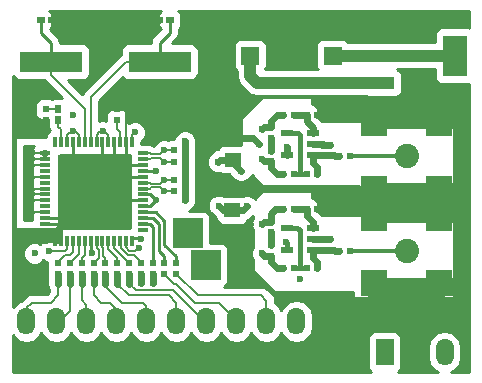
<source format=gtl>
%FSLAX46Y46*%
G04 Gerber Fmt 4.6, Leading zero omitted, Abs format (unit mm)*
G04 Created by KiCad (PCBNEW (2014-10-29 BZR 5235)-product) date 10/30/2014 4:03:03 PM*
%MOMM*%
G01*
G04 APERTURE LIST*
%ADD10C,0.100000*%
%ADD11R,0.600000X0.600000*%
%ADD12R,1.100000X0.600000*%
%ADD13C,2.050000*%
%ADD14R,7.760000X1.600000*%
%ADD15R,2.200000X2.200000*%
%ADD16R,5.300000X1.800000*%
%ADD17R,1.524000X1.524000*%
%ADD18C,1.524000*%
%ADD19R,0.900000X0.300000*%
%ADD20R,0.300000X0.900000*%
%ADD21R,6.100000X6.100000*%
%ADD22R,1.524000X2.286000*%
%ADD23O,1.524000X2.286000*%
%ADD24R,0.650000X0.600000*%
%ADD25R,1.450000X1.150000*%
%ADD26R,0.600000X0.650000*%
%ADD27R,2.500000X2.500000*%
%ADD28R,2.100000X1.100000*%
%ADD29R,2.100000X3.500000*%
%ADD30C,0.600000*%
%ADD31C,0.400000*%
%ADD32C,0.200000*%
%ADD33C,0.250000*%
%ADD34C,0.600000*%
%ADD35C,1.000000*%
%ADD36C,0.150000*%
%ADD37C,0.350000*%
%ADD38C,0.300000*%
%ADD39C,0.141500*%
%ADD40C,0.254000*%
G04 APERTURE END LIST*
D10*
D11*
X171950000Y-90500000D03*
X171050000Y-90500000D03*
D12*
X171600000Y-88950000D03*
X171600000Y-87050000D03*
X171600000Y-88000000D03*
X169400000Y-87050000D03*
X169400000Y-88950000D03*
D13*
X179500000Y-81000000D03*
D14*
X179500000Y-77920000D03*
X179500000Y-84080000D03*
D15*
X182280000Y-78220000D03*
X182280000Y-83780000D03*
X176720000Y-78220000D03*
X176720000Y-83780000D03*
D16*
X149400000Y-73000000D03*
X158600000Y-73000000D03*
D17*
X173249680Y-72500000D03*
D18*
X170750320Y-72500000D03*
D19*
X157150000Y-87250000D03*
X157150000Y-86750000D03*
X157150000Y-86250000D03*
X157150000Y-85750000D03*
X157150000Y-85250000D03*
X157150000Y-84750000D03*
X157150000Y-84250000D03*
X157150000Y-83750000D03*
X157150000Y-83250000D03*
X157150000Y-82750000D03*
X157150000Y-82250000D03*
X157150000Y-81750000D03*
X157150000Y-81250000D03*
X157150000Y-80750000D03*
D20*
X156250000Y-79850000D03*
X155750000Y-79850000D03*
X155250000Y-79850000D03*
X154750000Y-79850000D03*
X154250000Y-79850000D03*
X153750000Y-79850000D03*
X153250000Y-79850000D03*
X152750000Y-79850000D03*
X152250000Y-79850000D03*
X151750000Y-79850000D03*
X151250000Y-79850000D03*
X150750000Y-79850000D03*
X150250000Y-79850000D03*
X149750000Y-79850000D03*
D19*
X148850000Y-80750000D03*
X148850000Y-81250000D03*
X148850000Y-81750000D03*
X148850000Y-82250000D03*
X148850000Y-82750000D03*
X148850000Y-83250000D03*
X148850000Y-83750000D03*
X148850000Y-84250000D03*
X148850000Y-84750000D03*
X148850000Y-85250000D03*
X148850000Y-85750000D03*
X148850000Y-86250000D03*
X148850000Y-86750000D03*
X148850000Y-87250000D03*
D20*
X149750000Y-88150000D03*
X150250000Y-88150000D03*
X150750000Y-88150000D03*
X151250000Y-88150000D03*
X151750000Y-88150000D03*
X152250000Y-88150000D03*
X152750000Y-88150000D03*
X153250000Y-88150000D03*
X153750000Y-88150000D03*
X154250000Y-88150000D03*
X154750000Y-88150000D03*
X155250000Y-88150000D03*
X155750000Y-88150000D03*
X156250000Y-88150000D03*
D21*
X153000000Y-84000000D03*
D11*
X155000000Y-90050000D03*
X155000000Y-90950000D03*
X155000000Y-77050000D03*
X155000000Y-77950000D03*
D22*
X177640000Y-97630000D03*
D23*
X180180000Y-97630000D03*
X182720000Y-97630000D03*
X160020000Y-94996000D03*
X162560000Y-94996000D03*
X165100000Y-94996000D03*
X167640000Y-94996000D03*
X167640000Y-98044000D03*
X165100000Y-98044000D03*
X162560000Y-98044000D03*
X160020000Y-98044000D03*
X170180000Y-98044000D03*
X170180000Y-94996000D03*
X157480000Y-94996000D03*
X157480000Y-98044000D03*
D22*
X147320000Y-98044000D03*
D23*
X149860000Y-98044000D03*
X152400000Y-98044000D03*
X154940000Y-98044000D03*
X154940000Y-94996000D03*
X152400000Y-94996000D03*
X149860000Y-94996000D03*
X147320000Y-94996000D03*
D17*
X166249680Y-72500000D03*
D18*
X163750320Y-72500000D03*
D12*
X171600000Y-80950000D03*
X171600000Y-79050000D03*
X171600000Y-80000000D03*
X169400000Y-79050000D03*
X169400000Y-80950000D03*
D24*
X148550000Y-69500000D03*
X149450000Y-69500000D03*
X159450000Y-69500000D03*
X158550000Y-69500000D03*
D25*
X164800000Y-81300000D03*
X164800000Y-79500000D03*
X164750000Y-85600000D03*
X164750000Y-87400000D03*
D26*
X150000000Y-77950000D03*
X150000000Y-77050000D03*
D13*
X179500000Y-89000000D03*
D14*
X179500000Y-85920000D03*
X179500000Y-92080000D03*
D15*
X182280000Y-86220000D03*
X182280000Y-91780000D03*
X176720000Y-86220000D03*
X176720000Y-91780000D03*
D27*
X161000000Y-87500000D03*
X162500000Y-90250000D03*
D28*
X177400000Y-70200000D03*
X177400000Y-72500000D03*
X177400000Y-74800000D03*
D29*
X183600000Y-72500000D03*
D11*
X150000000Y-90050000D03*
X150000000Y-90950000D03*
X159000000Y-90050000D03*
X159000000Y-90950000D03*
X160000000Y-90050000D03*
X160000000Y-90950000D03*
X151000000Y-90050000D03*
X151000000Y-90950000D03*
X152000000Y-90050000D03*
X152000000Y-90950000D03*
X153000000Y-90050000D03*
X153000000Y-90950000D03*
X154000000Y-90050000D03*
X154000000Y-90950000D03*
X156000000Y-90050000D03*
X156000000Y-90950000D03*
X158000000Y-90050000D03*
X158000000Y-90950000D03*
X149000000Y-77950000D03*
X149000000Y-77050000D03*
X160700000Y-84000000D03*
X159800000Y-84000000D03*
X157000000Y-90950000D03*
X157000000Y-90050000D03*
X160700000Y-83000000D03*
X159800000Y-83000000D03*
X160700000Y-81500000D03*
X159800000Y-81500000D03*
X160700000Y-80500000D03*
X159800000Y-80500000D03*
X168000000Y-80550000D03*
X168000000Y-81450000D03*
X168000000Y-79450000D03*
X168000000Y-78550000D03*
X169950000Y-82500000D03*
X169050000Y-82500000D03*
X169950000Y-77500000D03*
X169050000Y-77500000D03*
X171950000Y-82500000D03*
X171050000Y-82500000D03*
X171950000Y-77500000D03*
X171050000Y-77500000D03*
X173000000Y-80950000D03*
X173000000Y-80050000D03*
X168000000Y-88550000D03*
X168000000Y-89450000D03*
X168000000Y-87450000D03*
X168000000Y-86550000D03*
X169950000Y-90500000D03*
X169050000Y-90500000D03*
X169950000Y-85500000D03*
X169050000Y-85500000D03*
X171950000Y-85500000D03*
X171050000Y-85500000D03*
X173000000Y-88950000D03*
X173000000Y-88050000D03*
X174700000Y-81000000D03*
X173800000Y-81000000D03*
X174700000Y-89000000D03*
X173800000Y-89000000D03*
D30*
X179000000Y-71000000D03*
X181000000Y-71000000D03*
X181000000Y-70000000D03*
X179000000Y-70000000D03*
X155000000Y-69500000D03*
X152500000Y-69500000D03*
X184000000Y-77500000D03*
X184000000Y-79000000D03*
X184000000Y-80500000D03*
X184000000Y-82000000D03*
X184000000Y-83500000D03*
X184000000Y-85000000D03*
X184000000Y-86500000D03*
X184000000Y-88000000D03*
X184000000Y-89500000D03*
X165500000Y-91000000D03*
X165500000Y-90000000D03*
X149000000Y-88200000D03*
X170500000Y-83750000D03*
X151000000Y-84000000D03*
X153000000Y-82000000D03*
X148000000Y-79000000D03*
X166250000Y-86750000D03*
X182500000Y-93000000D03*
X181000000Y-93000000D03*
X179500000Y-93000000D03*
X178000000Y-93000000D03*
X176500000Y-93000000D03*
X182500000Y-77000000D03*
X181000000Y-77000000D03*
X179500000Y-77000000D03*
X178000000Y-77000000D03*
X176500000Y-77000000D03*
X182500000Y-85000000D03*
X181000000Y-85000000D03*
X179500000Y-85000000D03*
X178000000Y-85000000D03*
X176500000Y-85000000D03*
X151000000Y-82000000D03*
X155000000Y-82000000D03*
X153000000Y-84000000D03*
X151000000Y-86000000D03*
X153000000Y-86000000D03*
X155000000Y-86000000D03*
X155000000Y-84000000D03*
X152000000Y-83000000D03*
X154000000Y-83000000D03*
X152000000Y-85000000D03*
X154000000Y-85000000D03*
X157000000Y-88000000D03*
X170500000Y-91400000D03*
X172500000Y-85500000D03*
X174250000Y-85500000D03*
X172750000Y-77500000D03*
X174000000Y-77500000D03*
X175250000Y-77500000D03*
X150250000Y-69500000D03*
X157750000Y-69500000D03*
X149000000Y-91500000D03*
X162500000Y-78000000D03*
X160500000Y-78000000D03*
X162500000Y-76000000D03*
X154500000Y-76000000D03*
X156500000Y-76000000D03*
X158500000Y-76000000D03*
X160500000Y-76000000D03*
X153750000Y-77500000D03*
X163600000Y-87400000D03*
X163600000Y-79600000D03*
X167000000Y-80000000D03*
X152850021Y-89225114D03*
X149200000Y-89000000D03*
X151250000Y-77500000D03*
X183000000Y-71250000D03*
X184250000Y-71250000D03*
X183600000Y-72500000D03*
X183000000Y-73750000D03*
X184250000Y-73750000D03*
X156854438Y-88808537D03*
X169400000Y-80200000D03*
X169400000Y-80200000D03*
X169250000Y-88250000D03*
X172400000Y-80000000D03*
X172500000Y-88000000D03*
X159000000Y-84000000D03*
X167250000Y-89250000D03*
X159000000Y-83000000D03*
X167250000Y-86750000D03*
X159000000Y-81500000D03*
X167250000Y-81250000D03*
X167250000Y-81250000D03*
X159000000Y-80500000D03*
X167250000Y-78750000D03*
X167250000Y-78750000D03*
X158250000Y-82250000D03*
X153760729Y-78899998D03*
X151250000Y-78899998D03*
X148000000Y-89250000D03*
X158250000Y-84750000D03*
X156500000Y-79000000D03*
X147750000Y-81250000D03*
X147250000Y-81750000D03*
X147250000Y-82750000D03*
X147250000Y-83750000D03*
X147750000Y-84250000D03*
X147250000Y-84750000D03*
X147250000Y-85750000D03*
X147250000Y-80750000D03*
X160700000Y-82248955D03*
X160750000Y-84750000D03*
X160750000Y-79750000D03*
X168000000Y-79999151D03*
X168000000Y-88000846D03*
X166000000Y-85250000D03*
X163600000Y-85200000D03*
X165500000Y-82250000D03*
X163500000Y-81500000D03*
X158000000Y-91750000D03*
X157000000Y-91750000D03*
D31*
X146750000Y-88000000D02*
X148800000Y-88000000D01*
X148800000Y-88000000D02*
X149000000Y-88200000D01*
X146250000Y-87500000D02*
X146750000Y-88000000D01*
X146250000Y-79250000D02*
X146250000Y-87500000D01*
X146500000Y-79000000D02*
X146250000Y-79250000D01*
X148000000Y-79000000D02*
X146500000Y-79000000D01*
D32*
X181000000Y-71000000D02*
X179000000Y-71000000D01*
X181000000Y-70000000D02*
X181000000Y-71000000D01*
X179000000Y-70000000D02*
X181000000Y-70000000D01*
X177400000Y-70200000D02*
X178800000Y-70200000D01*
X178800000Y-70200000D02*
X179000000Y-70000000D01*
X152500000Y-69500000D02*
X155000000Y-69500000D01*
X150250000Y-69500000D02*
X152500000Y-69500000D01*
X155000000Y-77050000D02*
X154250000Y-77050000D01*
X184000000Y-79000000D02*
X184000000Y-77500000D01*
X184000000Y-80500000D02*
X184000000Y-79000000D01*
X184000000Y-82000000D02*
X184000000Y-80500000D01*
X184000000Y-83500000D02*
X184000000Y-82000000D01*
X184000000Y-85000000D02*
X184000000Y-83500000D01*
X184000000Y-86500000D02*
X184000000Y-85000000D01*
X184000000Y-88000000D02*
X184000000Y-86500000D01*
X184000000Y-89500000D02*
X184000000Y-88000000D01*
X183720000Y-91780000D02*
X184000000Y-91500000D01*
X184000000Y-91500000D02*
X184000000Y-89500000D01*
X182280000Y-91780000D02*
X183720000Y-91780000D01*
X165500000Y-90000000D02*
X165500000Y-91000000D01*
X164750000Y-87400000D02*
X164750000Y-89250000D01*
X164750000Y-89250000D02*
X165500000Y-90000000D01*
D33*
X149001099Y-88001099D02*
X149150000Y-88150000D01*
X148850000Y-87850000D02*
X149001099Y-88001099D01*
D32*
X149001099Y-88198901D02*
X149000000Y-88200000D01*
X149001099Y-88001099D02*
X149001099Y-88198901D01*
D33*
X149150000Y-88150000D02*
X149750000Y-88150000D01*
X148850000Y-87250000D02*
X148850000Y-87850000D01*
X157150000Y-81750000D02*
X155250000Y-81750000D01*
X155250000Y-81750000D02*
X155000000Y-82000000D01*
X157150000Y-82750000D02*
X154250000Y-82750000D01*
X154250000Y-82750000D02*
X153000000Y-84000000D01*
X151000000Y-84000000D02*
X153000000Y-84000000D01*
X153000000Y-82000000D02*
X153000000Y-84000000D01*
D34*
X149000000Y-78500000D02*
X148500000Y-79000000D01*
X148500000Y-79000000D02*
X148000000Y-79000000D01*
X149000000Y-77950000D02*
X149000000Y-78500000D01*
X164750000Y-87400000D02*
X165600000Y-87400000D01*
X165600000Y-87400000D02*
X166250000Y-86750000D01*
X181000000Y-93000000D02*
X182500000Y-93000000D01*
X179500000Y-93000000D02*
X181000000Y-93000000D01*
X178000000Y-93000000D02*
X179500000Y-93000000D01*
X176500000Y-93000000D02*
X178000000Y-93000000D01*
X176720000Y-91780000D02*
X176720000Y-92780000D01*
X176720000Y-92780000D02*
X176500000Y-93000000D01*
X181000000Y-77000000D02*
X182500000Y-77000000D01*
X179500000Y-77000000D02*
X181000000Y-77000000D01*
X178000000Y-77000000D02*
X179500000Y-77000000D01*
X176500000Y-77000000D02*
X178000000Y-77000000D01*
X176720000Y-78220000D02*
X176720000Y-77220000D01*
X176720000Y-77220000D02*
X176500000Y-77000000D01*
X179500000Y-85000000D02*
X182500000Y-85000000D01*
X179500000Y-85000000D02*
X181000000Y-85000000D01*
X176500000Y-85000000D02*
X179500000Y-85000000D01*
X176500000Y-85000000D02*
X178000000Y-85000000D01*
X176720000Y-86220000D02*
X176720000Y-85220000D01*
X176720000Y-85220000D02*
X176500000Y-85000000D01*
D32*
X179500000Y-85920000D02*
X177020000Y-85920000D01*
X177020000Y-85920000D02*
X176720000Y-86220000D01*
X182280000Y-86220000D02*
X181980000Y-85920000D01*
X181980000Y-85920000D02*
X179500000Y-85920000D01*
X179500000Y-84080000D02*
X177020000Y-84080000D01*
X177020000Y-84080000D02*
X176720000Y-83780000D01*
X182280000Y-83780000D02*
X181980000Y-84080000D01*
X181980000Y-84080000D02*
X179500000Y-84080000D01*
X179500000Y-77920000D02*
X177020000Y-77920000D01*
X177020000Y-77920000D02*
X176720000Y-78220000D01*
X182280000Y-78220000D02*
X181980000Y-77920000D01*
X181980000Y-77920000D02*
X179500000Y-77920000D01*
X155000000Y-77050000D02*
X155500000Y-77050000D01*
X155500000Y-77050000D02*
X155750000Y-77300000D01*
X155750000Y-77300000D02*
X155750000Y-79400000D01*
X155750000Y-79400000D02*
X155750000Y-80050000D01*
D35*
X177400000Y-70200000D02*
X170941491Y-70200000D01*
X170941491Y-70200000D02*
X164300000Y-70200000D01*
X170750320Y-72500000D02*
X170750320Y-70391171D01*
X170750320Y-70391171D02*
X170941491Y-70200000D01*
X164300000Y-70200000D02*
X163750320Y-70749680D01*
X163750320Y-70749680D02*
X163750320Y-72500000D01*
D33*
X153000000Y-84000000D02*
X151000000Y-82000000D01*
X153000000Y-84000000D02*
X155000000Y-82000000D01*
X153000000Y-84000000D02*
X151000000Y-86000000D01*
X153000000Y-84000000D02*
X153000000Y-86000000D01*
X153000000Y-84000000D02*
X155000000Y-86000000D01*
X153000000Y-84000000D02*
X155000000Y-84000000D01*
X153000000Y-84000000D02*
X152000000Y-83000000D01*
X153000000Y-84000000D02*
X154000000Y-83000000D01*
X153000000Y-84000000D02*
X152000000Y-85000000D01*
X153000000Y-84000000D02*
X154000000Y-85000000D01*
X154750000Y-82250000D02*
X153000000Y-84000000D01*
X154750000Y-80050000D02*
X154750000Y-82250000D01*
X155750000Y-81250000D02*
X153000000Y-84000000D01*
X155750000Y-80050000D02*
X155750000Y-81250000D01*
X155250000Y-81750000D02*
X153000000Y-84000000D01*
X153750000Y-84750000D02*
X153000000Y-84000000D01*
X156950000Y-84750000D02*
X153750000Y-84750000D01*
X150250000Y-87950000D02*
X150250000Y-86750000D01*
X149750000Y-87950000D02*
X149750000Y-87250000D01*
X149750000Y-87250000D02*
X153000000Y-84000000D01*
X149050000Y-87250000D02*
X149750000Y-87250000D01*
X150250000Y-86750000D02*
X153000000Y-84000000D01*
X149050000Y-86750000D02*
X150250000Y-86750000D01*
X150750000Y-86250000D02*
X153000000Y-84000000D01*
X149050000Y-86250000D02*
X150750000Y-86250000D01*
X151250000Y-82250000D02*
X153000000Y-84000000D01*
X151250000Y-80050000D02*
X151250000Y-82250000D01*
X153750000Y-83250000D02*
X153000000Y-84000000D01*
X153750000Y-80050000D02*
X153750000Y-83250000D01*
X156950000Y-87950000D02*
X156250000Y-87950000D01*
X157000000Y-88000000D02*
X156950000Y-87950000D01*
D34*
X171950000Y-85500000D02*
X172500000Y-85500000D01*
X171950000Y-85500000D02*
X174250000Y-85500000D01*
X176000000Y-85500000D02*
X176720000Y-86220000D01*
X171950000Y-85500000D02*
X176000000Y-85500000D01*
X171950000Y-77500000D02*
X172750000Y-77500000D01*
X172750000Y-77500000D02*
X174000000Y-77500000D01*
X172750000Y-77500000D02*
X175250000Y-77500000D01*
X176000000Y-77500000D02*
X176720000Y-78220000D01*
X172750000Y-77500000D02*
X176000000Y-77500000D01*
X149450000Y-69500000D02*
X150250000Y-69500000D01*
X158550000Y-69500000D02*
X157750000Y-69500000D01*
D32*
X154250000Y-77050000D02*
X154200000Y-77050000D01*
X162500000Y-76000000D02*
X162500000Y-78000000D01*
X160500000Y-76000000D02*
X160500000Y-78000000D01*
X160500000Y-76000000D02*
X162500000Y-76000000D01*
X153750000Y-76750000D02*
X154500000Y-76000000D01*
X153750000Y-77500000D02*
X153750000Y-76750000D01*
X154500000Y-76000000D02*
X156500000Y-76000000D01*
X156500000Y-76000000D02*
X158500000Y-76000000D01*
X158500000Y-76000000D02*
X160500000Y-76000000D01*
X154200000Y-77050000D02*
X153750000Y-77500000D01*
D34*
X163600000Y-87400000D02*
X164750000Y-87400000D01*
X164800000Y-79500000D02*
X163700000Y-79500000D01*
X163700000Y-79500000D02*
X163600000Y-79600000D01*
X164800000Y-79500000D02*
X166500000Y-79500000D01*
X166500000Y-79500000D02*
X167000000Y-80000000D01*
D33*
X152750000Y-89125093D02*
X152850021Y-89225114D01*
X152750000Y-88150000D02*
X152750000Y-89125093D01*
D35*
X166800000Y-74800000D02*
X166249680Y-74249680D01*
X177400000Y-74800000D02*
X166800000Y-74800000D01*
X166249680Y-74249680D02*
X166249680Y-72500000D01*
D32*
X150000000Y-89000000D02*
X149200000Y-89000000D01*
X150600000Y-89000000D02*
X150000000Y-89000000D01*
X150750000Y-88850000D02*
X150600000Y-89000000D01*
X150750000Y-88150000D02*
X150750000Y-88850000D01*
X156035342Y-89000000D02*
X156540002Y-89000000D01*
X156540002Y-89000000D02*
X156731465Y-88808537D01*
X156731465Y-88808537D02*
X156854438Y-88808537D01*
X155750000Y-88150000D02*
X155750000Y-88714658D01*
X155750000Y-88714658D02*
X156035342Y-89000000D01*
D35*
X177400000Y-72500000D02*
X183600000Y-72500000D01*
X177400000Y-72500000D02*
X173249680Y-72500000D01*
D31*
X183600000Y-71850000D02*
X183000000Y-71250000D01*
X183600000Y-72500000D02*
X183600000Y-71850000D01*
X184250000Y-71250000D02*
X183600000Y-72500000D01*
X183600000Y-71900000D02*
X184250000Y-71250000D01*
X183600000Y-71900000D02*
X184250000Y-71250000D01*
X183600000Y-72500000D02*
X183600000Y-71900000D01*
X183600000Y-73150000D02*
X183000000Y-73750000D01*
X183600000Y-72500000D02*
X183600000Y-73150000D01*
X183600000Y-73100000D02*
X184250000Y-73750000D01*
X183600000Y-72500000D02*
X183600000Y-73100000D01*
D36*
X150600000Y-89400000D02*
X150000000Y-90000000D01*
X150000000Y-90000000D02*
X150000000Y-90050000D01*
X151000000Y-89400000D02*
X150600000Y-89400000D01*
X151250000Y-89150000D02*
X151000000Y-89400000D01*
X151250000Y-88150000D02*
X151250000Y-89150000D01*
D32*
X150000000Y-89909998D02*
X150000000Y-90050000D01*
X150000000Y-89980602D02*
X150000000Y-90050000D01*
D33*
X158500000Y-86750000D02*
X158000000Y-86250000D01*
X158000000Y-86250000D02*
X157150000Y-86250000D01*
X158500000Y-89000000D02*
X158500000Y-86750000D01*
X159000000Y-89500000D02*
X158500000Y-89000000D01*
X159000000Y-90050000D02*
X159000000Y-89500000D01*
X159000000Y-86500000D02*
X158250000Y-85750000D01*
X158250000Y-85750000D02*
X157150000Y-85750000D01*
X159000000Y-88500000D02*
X159000000Y-86500000D01*
X160000000Y-89500000D02*
X159000000Y-88500000D01*
X160000000Y-90050000D02*
X160000000Y-89500000D01*
D36*
X151750000Y-88150000D02*
X151750000Y-89300000D01*
X151750000Y-89300000D02*
X151000000Y-90050000D01*
X152250000Y-89350000D02*
X152000000Y-89600000D01*
X152000000Y-89600000D02*
X152000000Y-90050000D01*
X152250000Y-88150000D02*
X152250000Y-89350000D01*
X153250000Y-88150000D02*
X153250000Y-88750000D01*
X153250000Y-88750000D02*
X153425022Y-88925022D01*
X153425022Y-88925022D02*
X153425022Y-89624978D01*
X153425022Y-89624978D02*
X153000000Y-90050000D01*
X153750000Y-88150000D02*
X153750000Y-88706747D01*
X153750000Y-88706747D02*
X153825032Y-88781779D01*
X153825032Y-88781779D02*
X153825032Y-89425032D01*
X153825032Y-89425032D02*
X154000000Y-89600000D01*
X154000000Y-89600000D02*
X154000000Y-90050000D01*
X155000000Y-90050000D02*
X155000000Y-89600000D01*
X155000000Y-89600000D02*
X154250000Y-88850000D01*
X154250000Y-88850000D02*
X154250000Y-88750000D01*
X154250000Y-88750000D02*
X154250000Y-88150000D01*
D32*
X154250000Y-87950000D02*
X154250042Y-87950042D01*
D36*
X156000000Y-90050000D02*
X154750000Y-88800000D01*
X154750000Y-88800000D02*
X154750000Y-88150000D01*
D32*
X155000000Y-78750000D02*
X155250000Y-79000000D01*
X155250000Y-79000000D02*
X155250000Y-79850000D01*
X155000000Y-77950000D02*
X155000000Y-78750000D01*
D34*
X169400000Y-80200000D02*
X169400000Y-80950000D01*
D31*
X169400000Y-88400000D02*
X169250000Y-88250000D01*
X169400000Y-88950000D02*
X169400000Y-88400000D01*
D32*
X172950000Y-80000000D02*
X173000000Y-80050000D01*
X171650000Y-88050000D02*
X171600000Y-88000000D01*
D34*
X173000000Y-88050000D02*
X172550000Y-88050000D01*
X172500000Y-88000000D02*
X171600000Y-88000000D01*
X172550000Y-88050000D02*
X172500000Y-88000000D01*
X171600000Y-80000000D02*
X172250000Y-80000000D01*
X172300000Y-80050000D02*
X173000000Y-80050000D01*
X172250000Y-80000000D02*
X172300000Y-80050000D01*
D37*
X174700000Y-89000000D02*
X179500000Y-89000000D01*
X179500000Y-81000000D02*
X174700000Y-81000000D01*
D32*
X173750000Y-88950000D02*
X173800000Y-89000000D01*
D34*
X171600000Y-88950000D02*
X173000000Y-88950000D01*
X173000000Y-88950000D02*
X173350000Y-88950000D01*
X173400000Y-89000000D02*
X173800000Y-89000000D01*
X173350000Y-88950000D02*
X173400000Y-89000000D01*
X171600000Y-88950000D02*
X171600000Y-89600000D01*
X171950000Y-89950000D02*
X171950000Y-90500000D01*
X171600000Y-89600000D02*
X171950000Y-89950000D01*
D31*
X170500000Y-82500000D02*
X170500000Y-79250000D01*
X170300000Y-79050000D02*
X169400000Y-79050000D01*
X170500000Y-79250000D02*
X170300000Y-79050000D01*
X170500000Y-82500000D02*
X169950000Y-82500000D01*
X170500000Y-82500000D02*
X171050000Y-82500000D01*
D32*
X159800000Y-84000000D02*
X159000000Y-84000000D01*
D34*
X169050000Y-90500000D02*
X168500000Y-90500000D01*
X168000000Y-90000000D02*
X168000000Y-89450000D01*
X168500000Y-90500000D02*
X168000000Y-90000000D01*
D38*
X167950000Y-89500000D02*
X168000000Y-89450000D01*
D34*
X167450000Y-89450000D02*
X167250000Y-89250000D01*
X168000000Y-89450000D02*
X167450000Y-89450000D01*
D39*
X158650000Y-83650000D02*
X159000000Y-84000000D01*
X157899909Y-83650000D02*
X158650000Y-83650000D01*
X157799909Y-83750000D02*
X157899909Y-83650000D01*
X157150000Y-83750000D02*
X157799909Y-83750000D01*
D32*
X159800000Y-83000000D02*
X159000000Y-83000000D01*
D34*
X169050000Y-85500000D02*
X168400000Y-85500000D01*
X168000000Y-85900000D02*
X168000000Y-86550000D01*
X168400000Y-85500000D02*
X168000000Y-85900000D01*
D38*
X167950000Y-86500000D02*
X168000000Y-86550000D01*
D34*
X167450000Y-86550000D02*
X167250000Y-86750000D01*
X168000000Y-86550000D02*
X167450000Y-86550000D01*
D39*
X157841500Y-83350000D02*
X158650000Y-83350000D01*
X158650000Y-83350000D02*
X159000000Y-83000000D01*
X157741500Y-83250000D02*
X157841500Y-83350000D01*
X157150000Y-83250000D02*
X157741500Y-83250000D01*
D32*
X159800000Y-81500000D02*
X159000000Y-81500000D01*
D34*
X169050000Y-82500000D02*
X168500000Y-82500000D01*
X168000000Y-82000000D02*
X168000000Y-81450000D01*
X168500000Y-82500000D02*
X168000000Y-82000000D01*
X167450000Y-81450000D02*
X167250000Y-81250000D01*
X168000000Y-81450000D02*
X167450000Y-81450000D01*
D39*
X157741500Y-81250000D02*
X157841590Y-81149910D01*
X157150000Y-81250000D02*
X157741500Y-81250000D01*
X158649910Y-81149910D02*
X159000000Y-81500000D01*
X157841590Y-81149910D02*
X158649910Y-81149910D01*
D32*
X159800000Y-80500000D02*
X159000000Y-80500000D01*
D34*
X169050000Y-77500000D02*
X168500000Y-77500000D01*
X168000000Y-78000000D02*
X168000000Y-78550000D01*
X168500000Y-77500000D02*
X168000000Y-78000000D01*
X167450000Y-78550000D02*
X167250000Y-78750000D01*
X168000000Y-78550000D02*
X167450000Y-78550000D01*
D39*
X157741500Y-80750000D02*
X157841500Y-80850000D01*
X157150000Y-80750000D02*
X157741500Y-80750000D01*
X158650000Y-80850000D02*
X159000000Y-80500000D01*
X157841500Y-80850000D02*
X158650000Y-80850000D01*
D33*
X157750000Y-85250000D02*
X157150000Y-85250000D01*
X157750000Y-84250000D02*
X157150000Y-84250000D01*
X157150000Y-82250000D02*
X158250000Y-82250000D01*
D32*
X156250000Y-79250000D02*
X156250000Y-79850000D01*
X153750000Y-79000000D02*
X153750000Y-78910727D01*
X153750000Y-78910727D02*
X153760729Y-78899998D01*
X154250000Y-79250000D02*
X154250000Y-79850000D01*
X154250000Y-79250000D02*
X154000000Y-79000000D01*
X153250000Y-79250000D02*
X153250000Y-79850000D01*
X154000000Y-79000000D02*
X153500000Y-79000000D01*
X153500000Y-79000000D02*
X153250000Y-79250000D01*
X151750000Y-79250000D02*
X151750000Y-79850000D01*
X151250000Y-79000000D02*
X151250000Y-78899998D01*
X150750000Y-79250000D02*
X150750000Y-79850000D01*
D33*
X157750000Y-85250000D02*
X158250000Y-84750000D01*
X157750000Y-84250000D02*
X158250000Y-84750000D01*
D32*
X151000000Y-79000000D02*
X151250000Y-79000000D01*
X150750000Y-79250000D02*
X151000000Y-79000000D01*
X151500000Y-79000000D02*
X151250000Y-79000000D01*
X151750000Y-79250000D02*
X151500000Y-79000000D01*
X156250000Y-79250000D02*
X156500000Y-79000000D01*
X148550000Y-81250000D02*
X147750000Y-81250000D01*
X148550000Y-81750000D02*
X147250000Y-81750000D01*
X148550000Y-82750000D02*
X147250000Y-82750000D01*
X148550000Y-83750000D02*
X147250000Y-83750000D01*
X148550000Y-84250000D02*
X147750000Y-84250000D01*
X148550000Y-84750000D02*
X147250000Y-84750000D01*
X148550000Y-85750000D02*
X147250000Y-85750000D01*
X148550000Y-80750000D02*
X147250000Y-80750000D01*
X148550000Y-80750000D02*
X149050000Y-80750000D01*
X148550000Y-81250000D02*
X149050000Y-81250000D01*
X148550000Y-81750000D02*
X149050000Y-81750000D01*
X148550000Y-82750000D02*
X149050000Y-82750000D01*
X148550000Y-83750000D02*
X149050000Y-83750000D01*
X148550000Y-84250000D02*
X149050000Y-84250000D01*
X148550000Y-84750000D02*
X149050000Y-84750000D01*
X148550000Y-85750000D02*
X149050000Y-85750000D01*
D34*
X160700000Y-80500000D02*
X160700000Y-81500000D01*
X160700000Y-84000000D02*
X160700000Y-83000000D01*
X160700000Y-83000000D02*
X160700000Y-82248955D01*
X160700000Y-82248955D02*
X160700000Y-81500000D01*
X160700000Y-84700000D02*
X160750000Y-84750000D01*
X160700000Y-84000000D02*
X160700000Y-84700000D01*
X160700000Y-79800000D02*
X160750000Y-79750000D01*
X160700000Y-80500000D02*
X160700000Y-79800000D01*
X168000000Y-80550000D02*
X168000000Y-79999151D01*
X168000000Y-79450000D02*
X168000000Y-79999151D01*
X168000000Y-88550000D02*
X168000000Y-88000846D01*
X168000000Y-87450000D02*
X168000000Y-88000846D01*
X165650000Y-85600000D02*
X166000000Y-85250000D01*
X164750000Y-85600000D02*
X165650000Y-85600000D01*
X164000000Y-85600000D02*
X164750000Y-85600000D01*
X163600000Y-85200000D02*
X164000000Y-85600000D01*
X164800000Y-81300000D02*
X164800000Y-81550000D01*
X164800000Y-81550000D02*
X165500000Y-82250000D01*
X164800000Y-81300000D02*
X163700000Y-81300000D01*
X163700000Y-81300000D02*
X163500000Y-81500000D01*
D32*
X152250000Y-77000000D02*
X149400000Y-74150000D01*
X149400000Y-74150000D02*
X149400000Y-73000000D01*
X152250000Y-80050000D02*
X152250000Y-77000000D01*
D33*
X148550000Y-70550000D02*
X149400000Y-71400000D01*
X149400000Y-71400000D02*
X149400000Y-73000000D01*
X148550000Y-69500000D02*
X148550000Y-70550000D01*
D32*
X152750000Y-76000000D02*
X155750000Y-73000000D01*
X155750000Y-73000000D02*
X158600000Y-73000000D01*
X152750000Y-80050000D02*
X152750000Y-76000000D01*
D33*
X159450000Y-70550000D02*
X158600000Y-71400000D01*
X158600000Y-71400000D02*
X158600000Y-73000000D01*
X159450000Y-69500000D02*
X159450000Y-70550000D01*
X158750000Y-73150000D02*
X158600000Y-73000000D01*
D32*
X150250000Y-78750000D02*
X150250000Y-79850000D01*
X150250000Y-78750000D02*
X150000000Y-78500000D01*
X150000000Y-78500000D02*
X150000000Y-77950000D01*
X150000000Y-77050000D02*
X149000000Y-77050000D01*
X160020000Y-93420000D02*
X160020000Y-95250000D01*
X159400000Y-92800000D02*
X160020000Y-93420000D01*
X156000000Y-92800000D02*
X159400000Y-92800000D01*
D34*
X155000000Y-90950000D02*
X155000000Y-91800000D01*
D32*
X155000000Y-91800000D02*
X156000000Y-92800000D01*
X162560000Y-95160000D02*
X162560000Y-95250000D01*
X159750010Y-92350010D02*
X162560000Y-95160000D01*
X156550010Y-92350010D02*
X159750010Y-92350010D01*
X156000000Y-91800000D02*
X156550010Y-92350010D01*
D34*
X156000000Y-91800000D02*
X156000000Y-90950000D01*
D32*
X165100000Y-94869000D02*
X165100000Y-95250000D01*
X163631000Y-93400000D02*
X165100000Y-94869000D01*
X161600000Y-93400000D02*
X163631000Y-93400000D01*
X159800000Y-91800000D02*
X160000000Y-91800000D01*
X160000000Y-91800000D02*
X161600000Y-93400000D01*
X159000000Y-90950000D02*
X159000000Y-91000000D01*
X159000000Y-91000000D02*
X159800000Y-91800000D01*
X167200000Y-92800000D02*
X167640000Y-93240000D01*
X167640000Y-93240000D02*
X167640000Y-95250000D01*
X161800000Y-92800000D02*
X167200000Y-92800000D01*
X160000000Y-91000000D02*
X161800000Y-92800000D01*
X160000000Y-90950000D02*
X160000000Y-91000000D01*
X157200000Y-93400000D02*
X155400000Y-93400000D01*
X157480000Y-93680000D02*
X157200000Y-93400000D01*
X157480000Y-95250000D02*
X157480000Y-93680000D01*
D34*
X154000000Y-90950000D02*
X154000000Y-91800000D01*
D32*
X154000000Y-92000000D02*
X155400000Y-93400000D01*
X154000000Y-91800000D02*
X154000000Y-92000000D01*
X154940000Y-93940000D02*
X154940000Y-95250000D01*
X154400000Y-93400000D02*
X154940000Y-93940000D01*
X153600000Y-93400000D02*
X154400000Y-93400000D01*
X153000000Y-92800000D02*
X153600000Y-93400000D01*
D34*
X153000000Y-90950000D02*
X153000000Y-91800000D01*
D32*
X153000000Y-91800000D02*
X153000000Y-92800000D01*
D34*
X152000000Y-90950000D02*
X152000000Y-91800000D01*
D32*
X152000000Y-91800000D02*
X152000000Y-93200000D01*
X152400000Y-93600000D02*
X152400000Y-95250000D01*
X152000000Y-93200000D02*
X152400000Y-93600000D01*
X151000000Y-94110000D02*
X149860000Y-95250000D01*
D34*
X151000000Y-90950000D02*
X151000000Y-91800000D01*
D32*
X151000000Y-91800000D02*
X151000000Y-94110000D01*
X147320000Y-93880000D02*
X147320000Y-95250000D01*
X147800000Y-93400000D02*
X147320000Y-93880000D01*
X149400000Y-93400000D02*
X147800000Y-93400000D01*
X150000000Y-92800000D02*
X149400000Y-93400000D01*
D34*
X150000000Y-90950000D02*
X150000000Y-91800000D01*
D32*
X150000000Y-91800000D02*
X150000000Y-92800000D01*
D33*
X158000000Y-87000000D02*
X157750000Y-86750000D01*
X157750000Y-86750000D02*
X157150000Y-86750000D01*
X158000000Y-90050000D02*
X158000000Y-87000000D01*
D34*
X158000000Y-90950000D02*
X158000000Y-91750000D01*
X157000000Y-90950000D02*
X157000000Y-91750000D01*
D36*
X157000000Y-90050000D02*
X157000000Y-90000000D01*
X155904998Y-89400000D02*
X155324999Y-88820001D01*
X157000000Y-90000000D02*
X156400000Y-89400000D01*
X156400000Y-89400000D02*
X155904998Y-89400000D01*
X155324999Y-88820001D02*
X155324999Y-88224999D01*
X155324999Y-88224999D02*
X155250000Y-88150000D01*
D31*
X170500000Y-90500000D02*
X170500000Y-87300000D01*
X170250000Y-87050000D02*
X169400000Y-87050000D01*
X170500000Y-87300000D02*
X170250000Y-87050000D01*
X170500000Y-90500000D02*
X169950000Y-90500000D01*
X170500000Y-90500000D02*
X171050000Y-90500000D01*
D34*
X169950000Y-85500000D02*
X170700000Y-85500000D01*
X170700000Y-85500000D02*
X171050000Y-85500000D01*
X171600000Y-87050000D02*
X171600000Y-86600000D01*
X171050000Y-86050000D02*
X171050000Y-85500000D01*
X171600000Y-86600000D02*
X171050000Y-86050000D01*
X171050000Y-77500000D02*
X169950000Y-77500000D01*
X171600000Y-79050000D02*
X171600000Y-78600000D01*
X171050000Y-78050000D02*
X171050000Y-77500000D01*
X171600000Y-78600000D02*
X171050000Y-78050000D01*
D32*
X173750000Y-80950000D02*
X173800000Y-81000000D01*
D34*
X171950000Y-82500000D02*
X171950000Y-81950000D01*
X171600000Y-81600000D02*
X171600000Y-80950000D01*
X171950000Y-81950000D02*
X171600000Y-81600000D01*
X173000000Y-80950000D02*
X173350000Y-80950000D01*
X173400000Y-81000000D02*
X173800000Y-81000000D01*
X173350000Y-80950000D02*
X173400000Y-81000000D01*
X171600000Y-80950000D02*
X173000000Y-80950000D01*
D40*
G36*
X150300553Y-76090000D02*
X150173691Y-76090000D01*
X149573691Y-76090000D01*
X149469822Y-76133023D01*
X149426310Y-76115000D01*
X149173691Y-76115000D01*
X148573691Y-76115000D01*
X148340302Y-76211673D01*
X148161673Y-76390301D01*
X148065000Y-76623690D01*
X148065000Y-76876309D01*
X148065000Y-77476309D01*
X148161673Y-77709698D01*
X148340301Y-77888327D01*
X148573690Y-77985000D01*
X148826309Y-77985000D01*
X149065000Y-77985000D01*
X149065000Y-78401309D01*
X149161673Y-78634698D01*
X149340301Y-78813327D01*
X149343158Y-78814510D01*
X149345543Y-78818080D01*
X149240302Y-78861673D01*
X149061673Y-79040301D01*
X148965000Y-79273690D01*
X148965000Y-79365000D01*
X146185000Y-79365000D01*
X146185000Y-74195303D01*
X146211673Y-74259698D01*
X146390301Y-74438327D01*
X146623690Y-74535000D01*
X146876309Y-74535000D01*
X148790257Y-74535000D01*
X148880277Y-74669723D01*
X150300553Y-76090000D01*
X150300553Y-76090000D01*
G37*
X150300553Y-76090000D02*
X150173691Y-76090000D01*
X149573691Y-76090000D01*
X149469822Y-76133023D01*
X149426310Y-76115000D01*
X149173691Y-76115000D01*
X148573691Y-76115000D01*
X148340302Y-76211673D01*
X148161673Y-76390301D01*
X148065000Y-76623690D01*
X148065000Y-76876309D01*
X148065000Y-77476309D01*
X148161673Y-77709698D01*
X148340301Y-77888327D01*
X148573690Y-77985000D01*
X148826309Y-77985000D01*
X149065000Y-77985000D01*
X149065000Y-78401309D01*
X149161673Y-78634698D01*
X149340301Y-78813327D01*
X149343158Y-78814510D01*
X149345543Y-78818080D01*
X149240302Y-78861673D01*
X149061673Y-79040301D01*
X148965000Y-79273690D01*
X148965000Y-79365000D01*
X146185000Y-79365000D01*
X146185000Y-74195303D01*
X146211673Y-74259698D01*
X146390301Y-74438327D01*
X146623690Y-74535000D01*
X146876309Y-74535000D01*
X148790257Y-74535000D01*
X148880277Y-74669723D01*
X150300553Y-76090000D01*
G36*
X156157655Y-84749999D02*
X156065000Y-84973690D01*
X156065000Y-85226309D01*
X156065000Y-85473690D01*
X156065000Y-85526309D01*
X156065000Y-85726309D01*
X156065000Y-85973690D01*
X156065000Y-86026309D01*
X156065000Y-86226309D01*
X156065000Y-86473690D01*
X156065000Y-86526309D01*
X156065000Y-86726309D01*
X156065000Y-86973690D01*
X156065000Y-87026309D01*
X156065000Y-87081025D01*
X156026310Y-87065000D01*
X155773691Y-87065000D01*
X155526310Y-87065000D01*
X155473691Y-87065000D01*
X155273691Y-87065000D01*
X155026310Y-87065000D01*
X154973691Y-87065000D01*
X154773691Y-87065000D01*
X154526310Y-87065000D01*
X154473691Y-87065000D01*
X154273691Y-87065000D01*
X154026310Y-87065000D01*
X153973691Y-87065000D01*
X153773691Y-87065000D01*
X153526310Y-87065000D01*
X153473691Y-87065000D01*
X153273691Y-87065000D01*
X153026310Y-87065000D01*
X152973691Y-87065000D01*
X152773691Y-87065000D01*
X152526310Y-87065000D01*
X152473691Y-87065000D01*
X152273691Y-87065000D01*
X152026310Y-87065000D01*
X151973691Y-87065000D01*
X151773691Y-87065000D01*
X151526310Y-87065000D01*
X151473691Y-87065000D01*
X151273691Y-87065000D01*
X151026310Y-87065000D01*
X150973691Y-87065000D01*
X150773691Y-87065000D01*
X150473691Y-87065000D01*
X150240302Y-87161673D01*
X150061673Y-87340301D01*
X149965000Y-87573690D01*
X149965000Y-87826309D01*
X149965000Y-88265000D01*
X149787419Y-88265000D01*
X149730327Y-88207808D01*
X149386799Y-88065162D01*
X149014833Y-88064838D01*
X148671057Y-88206883D01*
X148452194Y-88425364D01*
X148186799Y-88315162D01*
X147814833Y-88314838D01*
X147471057Y-88456883D01*
X147207808Y-88719673D01*
X147065162Y-89063201D01*
X147064838Y-89435167D01*
X147206883Y-89778943D01*
X147469673Y-90042192D01*
X147813201Y-90184838D01*
X148185167Y-90185162D01*
X148528943Y-90043117D01*
X148747805Y-89824635D01*
X149013201Y-89934838D01*
X149065000Y-89934883D01*
X149065000Y-90476309D01*
X149074812Y-90499999D01*
X149065000Y-90523690D01*
X149065000Y-90776309D01*
X149065000Y-90950000D01*
X149065000Y-91376309D01*
X149065000Y-91800000D01*
X149136173Y-92157809D01*
X149265000Y-92350612D01*
X149265000Y-92495553D01*
X149095553Y-92665000D01*
X147800000Y-92665000D01*
X147518728Y-92720949D01*
X147280277Y-92880276D01*
X146892315Y-93268238D01*
X146785391Y-93289507D01*
X146332172Y-93592339D01*
X146185000Y-93812596D01*
X146185000Y-87135000D01*
X150135000Y-87135000D01*
X150135000Y-80935000D01*
X150226309Y-80935000D01*
X150473690Y-80935000D01*
X150526309Y-80935000D01*
X150726309Y-80935000D01*
X151026309Y-80935000D01*
X151249999Y-80842344D01*
X151473690Y-80935000D01*
X151726309Y-80935000D01*
X151973690Y-80935000D01*
X152026309Y-80935000D01*
X152226309Y-80935000D01*
X152473690Y-80935000D01*
X152526309Y-80935000D01*
X152726309Y-80935000D01*
X152973690Y-80935000D01*
X153026309Y-80935000D01*
X153226309Y-80935000D01*
X153526309Y-80935000D01*
X153749999Y-80842344D01*
X153973690Y-80935000D01*
X154226309Y-80935000D01*
X154526309Y-80935000D01*
X154749999Y-80842344D01*
X154973690Y-80935000D01*
X155226309Y-80935000D01*
X155526309Y-80935000D01*
X155749999Y-80842344D01*
X155973690Y-80935000D01*
X156065000Y-80935000D01*
X156065000Y-80973690D01*
X156065000Y-81026309D01*
X156065000Y-81226309D01*
X156065000Y-81526309D01*
X156157655Y-81749999D01*
X156065000Y-81973690D01*
X156065000Y-82226309D01*
X156065000Y-82526309D01*
X156157655Y-82749999D01*
X156065000Y-82973690D01*
X156065000Y-83226309D01*
X156065000Y-83473690D01*
X156065000Y-83526309D01*
X156065000Y-83726309D01*
X156065000Y-83973690D01*
X156065000Y-84026309D01*
X156065000Y-84226309D01*
X156065000Y-84526309D01*
X156157655Y-84749999D01*
X156157655Y-84749999D01*
G37*
X156157655Y-84749999D02*
X156065000Y-84973690D01*
X156065000Y-85226309D01*
X156065000Y-85473690D01*
X156065000Y-85526309D01*
X156065000Y-85726309D01*
X156065000Y-85973690D01*
X156065000Y-86026309D01*
X156065000Y-86226309D01*
X156065000Y-86473690D01*
X156065000Y-86526309D01*
X156065000Y-86726309D01*
X156065000Y-86973690D01*
X156065000Y-87026309D01*
X156065000Y-87081025D01*
X156026310Y-87065000D01*
X155773691Y-87065000D01*
X155526310Y-87065000D01*
X155473691Y-87065000D01*
X155273691Y-87065000D01*
X155026310Y-87065000D01*
X154973691Y-87065000D01*
X154773691Y-87065000D01*
X154526310Y-87065000D01*
X154473691Y-87065000D01*
X154273691Y-87065000D01*
X154026310Y-87065000D01*
X153973691Y-87065000D01*
X153773691Y-87065000D01*
X153526310Y-87065000D01*
X153473691Y-87065000D01*
X153273691Y-87065000D01*
X153026310Y-87065000D01*
X152973691Y-87065000D01*
X152773691Y-87065000D01*
X152526310Y-87065000D01*
X152473691Y-87065000D01*
X152273691Y-87065000D01*
X152026310Y-87065000D01*
X151973691Y-87065000D01*
X151773691Y-87065000D01*
X151526310Y-87065000D01*
X151473691Y-87065000D01*
X151273691Y-87065000D01*
X151026310Y-87065000D01*
X150973691Y-87065000D01*
X150773691Y-87065000D01*
X150473691Y-87065000D01*
X150240302Y-87161673D01*
X150061673Y-87340301D01*
X149965000Y-87573690D01*
X149965000Y-87826309D01*
X149965000Y-88265000D01*
X149787419Y-88265000D01*
X149730327Y-88207808D01*
X149386799Y-88065162D01*
X149014833Y-88064838D01*
X148671057Y-88206883D01*
X148452194Y-88425364D01*
X148186799Y-88315162D01*
X147814833Y-88314838D01*
X147471057Y-88456883D01*
X147207808Y-88719673D01*
X147065162Y-89063201D01*
X147064838Y-89435167D01*
X147206883Y-89778943D01*
X147469673Y-90042192D01*
X147813201Y-90184838D01*
X148185167Y-90185162D01*
X148528943Y-90043117D01*
X148747805Y-89824635D01*
X149013201Y-89934838D01*
X149065000Y-89934883D01*
X149065000Y-90476309D01*
X149074812Y-90499999D01*
X149065000Y-90523690D01*
X149065000Y-90776309D01*
X149065000Y-90950000D01*
X149065000Y-91376309D01*
X149065000Y-91800000D01*
X149136173Y-92157809D01*
X149265000Y-92350612D01*
X149265000Y-92495553D01*
X149095553Y-92665000D01*
X147800000Y-92665000D01*
X147518728Y-92720949D01*
X147280277Y-92880276D01*
X146892315Y-93268238D01*
X146785391Y-93289507D01*
X146332172Y-93592339D01*
X146185000Y-93812596D01*
X146185000Y-87135000D01*
X150135000Y-87135000D01*
X150135000Y-80935000D01*
X150226309Y-80935000D01*
X150473690Y-80935000D01*
X150526309Y-80935000D01*
X150726309Y-80935000D01*
X151026309Y-80935000D01*
X151249999Y-80842344D01*
X151473690Y-80935000D01*
X151726309Y-80935000D01*
X151973690Y-80935000D01*
X152026309Y-80935000D01*
X152226309Y-80935000D01*
X152473690Y-80935000D01*
X152526309Y-80935000D01*
X152726309Y-80935000D01*
X152973690Y-80935000D01*
X153026309Y-80935000D01*
X153226309Y-80935000D01*
X153526309Y-80935000D01*
X153749999Y-80842344D01*
X153973690Y-80935000D01*
X154226309Y-80935000D01*
X154526309Y-80935000D01*
X154749999Y-80842344D01*
X154973690Y-80935000D01*
X155226309Y-80935000D01*
X155526309Y-80935000D01*
X155749999Y-80842344D01*
X155973690Y-80935000D01*
X156065000Y-80935000D01*
X156065000Y-80973690D01*
X156065000Y-81026309D01*
X156065000Y-81226309D01*
X156065000Y-81526309D01*
X156157655Y-81749999D01*
X156065000Y-81973690D01*
X156065000Y-82226309D01*
X156065000Y-82526309D01*
X156157655Y-82749999D01*
X156065000Y-82973690D01*
X156065000Y-83226309D01*
X156065000Y-83473690D01*
X156065000Y-83526309D01*
X156065000Y-83726309D01*
X156065000Y-83973690D01*
X156065000Y-84026309D01*
X156065000Y-84226309D01*
X156065000Y-84526309D01*
X156157655Y-84749999D01*
G36*
X158741974Y-68685000D02*
X158586673Y-68840301D01*
X158490000Y-69073690D01*
X158490000Y-69326309D01*
X158490000Y-69926309D01*
X158586673Y-70159698D01*
X158676086Y-70249111D01*
X158062599Y-70862599D01*
X157897852Y-71109161D01*
X157840000Y-71400000D01*
X157840000Y-71465000D01*
X155823691Y-71465000D01*
X155590302Y-71561673D01*
X155411673Y-71740301D01*
X155315000Y-71973690D01*
X155315000Y-72226309D01*
X155315000Y-72423666D01*
X155230277Y-72480276D01*
X152230277Y-75480277D01*
X152070949Y-75718728D01*
X152060534Y-75771087D01*
X150824446Y-74535000D01*
X152176309Y-74535000D01*
X152409698Y-74438327D01*
X152588327Y-74259699D01*
X152685000Y-74026310D01*
X152685000Y-73773691D01*
X152685000Y-71973691D01*
X152588327Y-71740302D01*
X152409699Y-71561673D01*
X152176310Y-71465000D01*
X151923691Y-71465000D01*
X150160000Y-71465000D01*
X150160000Y-71400000D01*
X150102148Y-71109161D01*
X149937401Y-70862599D01*
X149323913Y-70249111D01*
X149413327Y-70159699D01*
X149510000Y-69926310D01*
X149510000Y-69673691D01*
X149510000Y-69073691D01*
X149413327Y-68840302D01*
X149258025Y-68685000D01*
X158741974Y-68685000D01*
X158741974Y-68685000D01*
G37*
X158741974Y-68685000D02*
X158586673Y-68840301D01*
X158490000Y-69073690D01*
X158490000Y-69326309D01*
X158490000Y-69926309D01*
X158586673Y-70159698D01*
X158676086Y-70249111D01*
X158062599Y-70862599D01*
X157897852Y-71109161D01*
X157840000Y-71400000D01*
X157840000Y-71465000D01*
X155823691Y-71465000D01*
X155590302Y-71561673D01*
X155411673Y-71740301D01*
X155315000Y-71973690D01*
X155315000Y-72226309D01*
X155315000Y-72423666D01*
X155230277Y-72480276D01*
X152230277Y-75480277D01*
X152070949Y-75718728D01*
X152060534Y-75771087D01*
X150824446Y-74535000D01*
X152176309Y-74535000D01*
X152409698Y-74438327D01*
X152588327Y-74259699D01*
X152685000Y-74026310D01*
X152685000Y-73773691D01*
X152685000Y-71973691D01*
X152588327Y-71740302D01*
X152409699Y-71561673D01*
X152176310Y-71465000D01*
X151923691Y-71465000D01*
X150160000Y-71465000D01*
X150160000Y-71400000D01*
X150102148Y-71109161D01*
X149937401Y-70862599D01*
X149323913Y-70249111D01*
X149413327Y-70159699D01*
X149510000Y-69926310D01*
X149510000Y-69673691D01*
X149510000Y-69073691D01*
X149413327Y-68840302D01*
X149258025Y-68685000D01*
X158741974Y-68685000D01*
G36*
X184815000Y-99315000D02*
X183286775Y-99315000D01*
X183707828Y-99033661D01*
X184010660Y-98580442D01*
X184117000Y-98045833D01*
X184117000Y-97214167D01*
X184010660Y-96679558D01*
X183707828Y-96226339D01*
X183508000Y-96092817D01*
X183508000Y-93008000D01*
X183508000Y-85992000D01*
X183508000Y-84008000D01*
X183508000Y-77992000D01*
X172296655Y-77992000D01*
X172261145Y-77938855D01*
X171985000Y-77662710D01*
X171985000Y-77500000D01*
X171985000Y-77073691D01*
X171888327Y-76840302D01*
X171709699Y-76661673D01*
X171508000Y-76578126D01*
X171508000Y-75992000D01*
X167289580Y-75992000D01*
X165492000Y-77789580D01*
X165492000Y-80090000D01*
X165398691Y-80090000D01*
X163948691Y-80090000D01*
X163715302Y-80186673D01*
X163536673Y-80365301D01*
X163522143Y-80400378D01*
X163342191Y-80436173D01*
X163038855Y-80638855D01*
X162839145Y-80838564D01*
X162707808Y-80969673D01*
X162565162Y-81313201D01*
X162564838Y-81685167D01*
X162706883Y-82028943D01*
X162838855Y-82161145D01*
X162969673Y-82292192D01*
X163313201Y-82434838D01*
X163500000Y-82435000D01*
X163685167Y-82435162D01*
X163726642Y-82418024D01*
X163948690Y-82510000D01*
X164201309Y-82510000D01*
X164437710Y-82510000D01*
X164837992Y-82910281D01*
X164969673Y-83042192D01*
X165313201Y-83184838D01*
X165500000Y-83185000D01*
X165685167Y-83185162D01*
X165857808Y-83113827D01*
X166028943Y-83043117D01*
X166292192Y-82780327D01*
X166371327Y-82589747D01*
X167289580Y-83508000D01*
X168000000Y-83508000D01*
X175492000Y-83508000D01*
X175492000Y-84008000D01*
X183508000Y-84008000D01*
X183508000Y-85992000D01*
X175500000Y-85992000D01*
X172296655Y-85992000D01*
X172261145Y-85938855D01*
X171985000Y-85662710D01*
X171985000Y-85500000D01*
X171985000Y-85073691D01*
X171888327Y-84840302D01*
X171709699Y-84661673D01*
X171508000Y-84578126D01*
X171508000Y-83992000D01*
X167289580Y-83992000D01*
X166676921Y-84604658D01*
X166661145Y-84588855D01*
X166530327Y-84457808D01*
X166186799Y-84315162D01*
X165814833Y-84314838D01*
X165617098Y-84396539D01*
X165601310Y-84390000D01*
X165348691Y-84390000D01*
X164087440Y-84390000D01*
X163786799Y-84265162D01*
X163414833Y-84264838D01*
X163071057Y-84406883D01*
X162807808Y-84669673D01*
X162665162Y-85013201D01*
X162664838Y-85385167D01*
X162806883Y-85728943D01*
X162938855Y-85861145D01*
X163069673Y-85992192D01*
X163070064Y-85992354D01*
X163338855Y-86261145D01*
X163390000Y-86295318D01*
X163390000Y-86301309D01*
X163486673Y-86534698D01*
X163665301Y-86713327D01*
X163898690Y-86810000D01*
X164151309Y-86810000D01*
X165601309Y-86810000D01*
X165834698Y-86713327D01*
X166013327Y-86534699D01*
X166056028Y-86431607D01*
X166311145Y-86261145D01*
X166492000Y-86080290D01*
X166492000Y-86185540D01*
X166457808Y-86219673D01*
X166315162Y-86563201D01*
X166314838Y-86935167D01*
X166456883Y-87278943D01*
X166492000Y-87314121D01*
X166492000Y-88685540D01*
X166457808Y-88719673D01*
X166315162Y-89063201D01*
X166314838Y-89435167D01*
X166456883Y-89778943D01*
X166492000Y-89814121D01*
X166492000Y-90710420D01*
X168289580Y-92508000D01*
X174992000Y-92508000D01*
X174992000Y-93008000D01*
X183508000Y-93008000D01*
X183508000Y-96092817D01*
X183254609Y-95923507D01*
X182720000Y-95817167D01*
X182185391Y-95923507D01*
X181732172Y-96226339D01*
X181429340Y-96679558D01*
X181323000Y-97214167D01*
X181323000Y-98045833D01*
X181429340Y-98580442D01*
X181732172Y-99033661D01*
X182153224Y-99315000D01*
X178752830Y-99315000D01*
X178761698Y-99311327D01*
X178940327Y-99132699D01*
X179037000Y-98899310D01*
X179037000Y-98646691D01*
X179037000Y-96360691D01*
X178940327Y-96127302D01*
X178761699Y-95948673D01*
X178528310Y-95852000D01*
X178275691Y-95852000D01*
X176751691Y-95852000D01*
X176518302Y-95948673D01*
X176339673Y-96127301D01*
X176243000Y-96360690D01*
X176243000Y-96613309D01*
X176243000Y-98899309D01*
X176339673Y-99132698D01*
X176518301Y-99311327D01*
X176527168Y-99315000D01*
X146185000Y-99315000D01*
X146185000Y-96179403D01*
X146332172Y-96399661D01*
X146785391Y-96702493D01*
X147320000Y-96808833D01*
X147854609Y-96702493D01*
X148307828Y-96399661D01*
X148590000Y-95977361D01*
X148872172Y-96399661D01*
X149325391Y-96702493D01*
X149860000Y-96808833D01*
X150394609Y-96702493D01*
X150847828Y-96399661D01*
X151130000Y-95977361D01*
X151412172Y-96399661D01*
X151865391Y-96702493D01*
X152400000Y-96808833D01*
X152934609Y-96702493D01*
X153387828Y-96399661D01*
X153670000Y-95977361D01*
X153952172Y-96399661D01*
X154405391Y-96702493D01*
X154940000Y-96808833D01*
X155474609Y-96702493D01*
X155927828Y-96399661D01*
X156210000Y-95977361D01*
X156492172Y-96399661D01*
X156945391Y-96702493D01*
X157480000Y-96808833D01*
X158014609Y-96702493D01*
X158467828Y-96399661D01*
X158750000Y-95977361D01*
X159032172Y-96399661D01*
X159485391Y-96702493D01*
X160020000Y-96808833D01*
X160554609Y-96702493D01*
X161007828Y-96399661D01*
X161290000Y-95977361D01*
X161572172Y-96399661D01*
X162025391Y-96702493D01*
X162560000Y-96808833D01*
X163094609Y-96702493D01*
X163547828Y-96399661D01*
X163830000Y-95977361D01*
X164112172Y-96399661D01*
X164565391Y-96702493D01*
X165100000Y-96808833D01*
X165634609Y-96702493D01*
X166087828Y-96399661D01*
X166370000Y-95977361D01*
X166652172Y-96399661D01*
X167105391Y-96702493D01*
X167640000Y-96808833D01*
X168174609Y-96702493D01*
X168627828Y-96399661D01*
X168910000Y-95977361D01*
X169192172Y-96399661D01*
X169645391Y-96702493D01*
X170180000Y-96808833D01*
X170714609Y-96702493D01*
X171167828Y-96399661D01*
X171470660Y-95946442D01*
X171577000Y-95411833D01*
X171577000Y-94580167D01*
X171470660Y-94045558D01*
X171167828Y-93592339D01*
X170714609Y-93289507D01*
X170180000Y-93183167D01*
X169645391Y-93289507D01*
X169192172Y-93592339D01*
X168910000Y-94014638D01*
X168627828Y-93592339D01*
X168375000Y-93423404D01*
X168375000Y-93240000D01*
X168319051Y-92958728D01*
X168159724Y-92720277D01*
X167719723Y-92280277D01*
X167481272Y-92120949D01*
X167200000Y-92065000D01*
X164045303Y-92065000D01*
X164109698Y-92038327D01*
X164288327Y-91859699D01*
X164385000Y-91626310D01*
X164385000Y-91373691D01*
X164385000Y-88873691D01*
X164288327Y-88640302D01*
X164109699Y-88461673D01*
X163876310Y-88365000D01*
X163623691Y-88365000D01*
X162885000Y-88365000D01*
X162885000Y-86123691D01*
X162788327Y-85890302D01*
X162609699Y-85711673D01*
X162376310Y-85615000D01*
X162123691Y-85615000D01*
X161104972Y-85615000D01*
X161107809Y-85613827D01*
X161278943Y-85543117D01*
X161411145Y-85411145D01*
X161542192Y-85280327D01*
X161613827Y-85107809D01*
X161684838Y-84936799D01*
X161685000Y-84750000D01*
X161685162Y-84564833D01*
X161635000Y-84443431D01*
X161635000Y-84426310D01*
X161635000Y-84173691D01*
X161635000Y-84000000D01*
X161635000Y-83573691D01*
X161635000Y-83426310D01*
X161635000Y-83173691D01*
X161635000Y-83000000D01*
X161635000Y-82573691D01*
X161635000Y-82249771D01*
X161635000Y-82248955D01*
X161635162Y-82063788D01*
X161635000Y-82063395D01*
X161635000Y-81926310D01*
X161635000Y-81673691D01*
X161635000Y-81500000D01*
X161635000Y-81073691D01*
X161635000Y-80926310D01*
X161635000Y-80673691D01*
X161635000Y-80500000D01*
X161635000Y-80073691D01*
X161635000Y-80056821D01*
X161684838Y-79936799D01*
X161685000Y-79750000D01*
X161685162Y-79564833D01*
X161613827Y-79392191D01*
X161543117Y-79221057D01*
X161411145Y-79088855D01*
X161280327Y-78957808D01*
X160936799Y-78815162D01*
X160564833Y-78814838D01*
X160221057Y-78956883D01*
X159957808Y-79219673D01*
X159913407Y-79326601D01*
X159836173Y-79442191D01*
X159811744Y-79565000D01*
X159373691Y-79565000D01*
X159279934Y-79603835D01*
X159186799Y-79565162D01*
X158814833Y-79564838D01*
X158471057Y-79706883D01*
X158207808Y-79969673D01*
X158135316Y-80144250D01*
X158080839Y-80144250D01*
X158011579Y-80097972D01*
X157992128Y-80094103D01*
X157959699Y-80061673D01*
X157726310Y-79965000D01*
X157473691Y-79965000D01*
X157035000Y-79965000D01*
X157035000Y-79787070D01*
X157292192Y-79530327D01*
X157434838Y-79186799D01*
X157435162Y-78814833D01*
X157293117Y-78471057D01*
X157030327Y-78207808D01*
X156686799Y-78065162D01*
X156314833Y-78064838D01*
X155971057Y-78206883D01*
X155935000Y-78242877D01*
X155935000Y-78123691D01*
X155935000Y-77523691D01*
X155838327Y-77290302D01*
X155659699Y-77111673D01*
X155426310Y-77015000D01*
X155173691Y-77015000D01*
X154573691Y-77015000D01*
X154340302Y-77111673D01*
X154161673Y-77290301D01*
X154065000Y-77523690D01*
X154065000Y-77776309D01*
X154065000Y-78013938D01*
X153947528Y-77965160D01*
X153575562Y-77964836D01*
X153485000Y-78002255D01*
X153485000Y-76304446D01*
X155470710Y-74318736D01*
X155590301Y-74438327D01*
X155823690Y-74535000D01*
X156076309Y-74535000D01*
X161376309Y-74535000D01*
X161609698Y-74438327D01*
X161788327Y-74259699D01*
X161885000Y-74026310D01*
X161885000Y-73773691D01*
X161885000Y-71973691D01*
X161788327Y-71740302D01*
X161609699Y-71561673D01*
X161376310Y-71465000D01*
X161123691Y-71465000D01*
X159609802Y-71465000D01*
X159987401Y-71087401D01*
X160152148Y-70840839D01*
X160210000Y-70550000D01*
X160210000Y-70263025D01*
X160313327Y-70159699D01*
X160410000Y-69926310D01*
X160410000Y-69673691D01*
X160410000Y-69073691D01*
X160313327Y-68840302D01*
X160158025Y-68685000D01*
X184815000Y-68685000D01*
X184815000Y-70131025D01*
X184776310Y-70115000D01*
X184523691Y-70115000D01*
X182423691Y-70115000D01*
X182190302Y-70211673D01*
X182011673Y-70390301D01*
X181915000Y-70623690D01*
X181915000Y-70876309D01*
X181915000Y-71365000D01*
X178697020Y-71365000D01*
X178576310Y-71315000D01*
X178323691Y-71315000D01*
X176223691Y-71315000D01*
X176102980Y-71365000D01*
X174536705Y-71365000D01*
X174371379Y-71199673D01*
X174137990Y-71103000D01*
X173885371Y-71103000D01*
X172361371Y-71103000D01*
X172127982Y-71199673D01*
X171949353Y-71378301D01*
X171852680Y-71611690D01*
X171852680Y-71864309D01*
X171852680Y-73388309D01*
X171949353Y-73621698D01*
X171992654Y-73665000D01*
X167506705Y-73665000D01*
X167550007Y-73621699D01*
X167646680Y-73388310D01*
X167646680Y-73135691D01*
X167646680Y-71611691D01*
X167550007Y-71378302D01*
X167371379Y-71199673D01*
X167137990Y-71103000D01*
X166885371Y-71103000D01*
X165361371Y-71103000D01*
X165127982Y-71199673D01*
X164949353Y-71378301D01*
X164852680Y-71611690D01*
X164852680Y-71864309D01*
X164852680Y-73388309D01*
X164949353Y-73621698D01*
X165114680Y-73787025D01*
X165114680Y-74249680D01*
X165201077Y-74684026D01*
X165447114Y-75052246D01*
X165997434Y-75602566D01*
X166365654Y-75848603D01*
X166365655Y-75848603D01*
X166800000Y-75935000D01*
X176102979Y-75935000D01*
X176223690Y-75985000D01*
X176476309Y-75985000D01*
X178576309Y-75985000D01*
X178809698Y-75888327D01*
X178988327Y-75709699D01*
X179085000Y-75476310D01*
X179085000Y-75223691D01*
X179085000Y-74123691D01*
X178988327Y-73890302D01*
X178809699Y-73711673D01*
X178660806Y-73649999D01*
X178697019Y-73635000D01*
X181915000Y-73635000D01*
X181915000Y-74376309D01*
X182011673Y-74609698D01*
X182190301Y-74788327D01*
X182423690Y-74885000D01*
X182676309Y-74885000D01*
X184776309Y-74885000D01*
X184815000Y-74868973D01*
X184815000Y-99315000D01*
X184815000Y-99315000D01*
G37*
X184815000Y-99315000D02*
X183286775Y-99315000D01*
X183707828Y-99033661D01*
X184010660Y-98580442D01*
X184117000Y-98045833D01*
X184117000Y-97214167D01*
X184010660Y-96679558D01*
X183707828Y-96226339D01*
X183508000Y-96092817D01*
X183508000Y-93008000D01*
X183508000Y-85992000D01*
X183508000Y-84008000D01*
X183508000Y-77992000D01*
X172296655Y-77992000D01*
X172261145Y-77938855D01*
X171985000Y-77662710D01*
X171985000Y-77500000D01*
X171985000Y-77073691D01*
X171888327Y-76840302D01*
X171709699Y-76661673D01*
X171508000Y-76578126D01*
X171508000Y-75992000D01*
X167289580Y-75992000D01*
X165492000Y-77789580D01*
X165492000Y-80090000D01*
X165398691Y-80090000D01*
X163948691Y-80090000D01*
X163715302Y-80186673D01*
X163536673Y-80365301D01*
X163522143Y-80400378D01*
X163342191Y-80436173D01*
X163038855Y-80638855D01*
X162839145Y-80838564D01*
X162707808Y-80969673D01*
X162565162Y-81313201D01*
X162564838Y-81685167D01*
X162706883Y-82028943D01*
X162838855Y-82161145D01*
X162969673Y-82292192D01*
X163313201Y-82434838D01*
X163500000Y-82435000D01*
X163685167Y-82435162D01*
X163726642Y-82418024D01*
X163948690Y-82510000D01*
X164201309Y-82510000D01*
X164437710Y-82510000D01*
X164837992Y-82910281D01*
X164969673Y-83042192D01*
X165313201Y-83184838D01*
X165500000Y-83185000D01*
X165685167Y-83185162D01*
X165857808Y-83113827D01*
X166028943Y-83043117D01*
X166292192Y-82780327D01*
X166371327Y-82589747D01*
X167289580Y-83508000D01*
X168000000Y-83508000D01*
X175492000Y-83508000D01*
X175492000Y-84008000D01*
X183508000Y-84008000D01*
X183508000Y-85992000D01*
X175500000Y-85992000D01*
X172296655Y-85992000D01*
X172261145Y-85938855D01*
X171985000Y-85662710D01*
X171985000Y-85500000D01*
X171985000Y-85073691D01*
X171888327Y-84840302D01*
X171709699Y-84661673D01*
X171508000Y-84578126D01*
X171508000Y-83992000D01*
X167289580Y-83992000D01*
X166676921Y-84604658D01*
X166661145Y-84588855D01*
X166530327Y-84457808D01*
X166186799Y-84315162D01*
X165814833Y-84314838D01*
X165617098Y-84396539D01*
X165601310Y-84390000D01*
X165348691Y-84390000D01*
X164087440Y-84390000D01*
X163786799Y-84265162D01*
X163414833Y-84264838D01*
X163071057Y-84406883D01*
X162807808Y-84669673D01*
X162665162Y-85013201D01*
X162664838Y-85385167D01*
X162806883Y-85728943D01*
X162938855Y-85861145D01*
X163069673Y-85992192D01*
X163070064Y-85992354D01*
X163338855Y-86261145D01*
X163390000Y-86295318D01*
X163390000Y-86301309D01*
X163486673Y-86534698D01*
X163665301Y-86713327D01*
X163898690Y-86810000D01*
X164151309Y-86810000D01*
X165601309Y-86810000D01*
X165834698Y-86713327D01*
X166013327Y-86534699D01*
X166056028Y-86431607D01*
X166311145Y-86261145D01*
X166492000Y-86080290D01*
X166492000Y-86185540D01*
X166457808Y-86219673D01*
X166315162Y-86563201D01*
X166314838Y-86935167D01*
X166456883Y-87278943D01*
X166492000Y-87314121D01*
X166492000Y-88685540D01*
X166457808Y-88719673D01*
X166315162Y-89063201D01*
X166314838Y-89435167D01*
X166456883Y-89778943D01*
X166492000Y-89814121D01*
X166492000Y-90710420D01*
X168289580Y-92508000D01*
X174992000Y-92508000D01*
X174992000Y-93008000D01*
X183508000Y-93008000D01*
X183508000Y-96092817D01*
X183254609Y-95923507D01*
X182720000Y-95817167D01*
X182185391Y-95923507D01*
X181732172Y-96226339D01*
X181429340Y-96679558D01*
X181323000Y-97214167D01*
X181323000Y-98045833D01*
X181429340Y-98580442D01*
X181732172Y-99033661D01*
X182153224Y-99315000D01*
X178752830Y-99315000D01*
X178761698Y-99311327D01*
X178940327Y-99132699D01*
X179037000Y-98899310D01*
X179037000Y-98646691D01*
X179037000Y-96360691D01*
X178940327Y-96127302D01*
X178761699Y-95948673D01*
X178528310Y-95852000D01*
X178275691Y-95852000D01*
X176751691Y-95852000D01*
X176518302Y-95948673D01*
X176339673Y-96127301D01*
X176243000Y-96360690D01*
X176243000Y-96613309D01*
X176243000Y-98899309D01*
X176339673Y-99132698D01*
X176518301Y-99311327D01*
X176527168Y-99315000D01*
X146185000Y-99315000D01*
X146185000Y-96179403D01*
X146332172Y-96399661D01*
X146785391Y-96702493D01*
X147320000Y-96808833D01*
X147854609Y-96702493D01*
X148307828Y-96399661D01*
X148590000Y-95977361D01*
X148872172Y-96399661D01*
X149325391Y-96702493D01*
X149860000Y-96808833D01*
X150394609Y-96702493D01*
X150847828Y-96399661D01*
X151130000Y-95977361D01*
X151412172Y-96399661D01*
X151865391Y-96702493D01*
X152400000Y-96808833D01*
X152934609Y-96702493D01*
X153387828Y-96399661D01*
X153670000Y-95977361D01*
X153952172Y-96399661D01*
X154405391Y-96702493D01*
X154940000Y-96808833D01*
X155474609Y-96702493D01*
X155927828Y-96399661D01*
X156210000Y-95977361D01*
X156492172Y-96399661D01*
X156945391Y-96702493D01*
X157480000Y-96808833D01*
X158014609Y-96702493D01*
X158467828Y-96399661D01*
X158750000Y-95977361D01*
X159032172Y-96399661D01*
X159485391Y-96702493D01*
X160020000Y-96808833D01*
X160554609Y-96702493D01*
X161007828Y-96399661D01*
X161290000Y-95977361D01*
X161572172Y-96399661D01*
X162025391Y-96702493D01*
X162560000Y-96808833D01*
X163094609Y-96702493D01*
X163547828Y-96399661D01*
X163830000Y-95977361D01*
X164112172Y-96399661D01*
X164565391Y-96702493D01*
X165100000Y-96808833D01*
X165634609Y-96702493D01*
X166087828Y-96399661D01*
X166370000Y-95977361D01*
X166652172Y-96399661D01*
X167105391Y-96702493D01*
X167640000Y-96808833D01*
X168174609Y-96702493D01*
X168627828Y-96399661D01*
X168910000Y-95977361D01*
X169192172Y-96399661D01*
X169645391Y-96702493D01*
X170180000Y-96808833D01*
X170714609Y-96702493D01*
X171167828Y-96399661D01*
X171470660Y-95946442D01*
X171577000Y-95411833D01*
X171577000Y-94580167D01*
X171470660Y-94045558D01*
X171167828Y-93592339D01*
X170714609Y-93289507D01*
X170180000Y-93183167D01*
X169645391Y-93289507D01*
X169192172Y-93592339D01*
X168910000Y-94014638D01*
X168627828Y-93592339D01*
X168375000Y-93423404D01*
X168375000Y-93240000D01*
X168319051Y-92958728D01*
X168159724Y-92720277D01*
X167719723Y-92280277D01*
X167481272Y-92120949D01*
X167200000Y-92065000D01*
X164045303Y-92065000D01*
X164109698Y-92038327D01*
X164288327Y-91859699D01*
X164385000Y-91626310D01*
X164385000Y-91373691D01*
X164385000Y-88873691D01*
X164288327Y-88640302D01*
X164109699Y-88461673D01*
X163876310Y-88365000D01*
X163623691Y-88365000D01*
X162885000Y-88365000D01*
X162885000Y-86123691D01*
X162788327Y-85890302D01*
X162609699Y-85711673D01*
X162376310Y-85615000D01*
X162123691Y-85615000D01*
X161104972Y-85615000D01*
X161107809Y-85613827D01*
X161278943Y-85543117D01*
X161411145Y-85411145D01*
X161542192Y-85280327D01*
X161613827Y-85107809D01*
X161684838Y-84936799D01*
X161685000Y-84750000D01*
X161685162Y-84564833D01*
X161635000Y-84443431D01*
X161635000Y-84426310D01*
X161635000Y-84173691D01*
X161635000Y-84000000D01*
X161635000Y-83573691D01*
X161635000Y-83426310D01*
X161635000Y-83173691D01*
X161635000Y-83000000D01*
X161635000Y-82573691D01*
X161635000Y-82249771D01*
X161635000Y-82248955D01*
X161635162Y-82063788D01*
X161635000Y-82063395D01*
X161635000Y-81926310D01*
X161635000Y-81673691D01*
X161635000Y-81500000D01*
X161635000Y-81073691D01*
X161635000Y-80926310D01*
X161635000Y-80673691D01*
X161635000Y-80500000D01*
X161635000Y-80073691D01*
X161635000Y-80056821D01*
X161684838Y-79936799D01*
X161685000Y-79750000D01*
X161685162Y-79564833D01*
X161613827Y-79392191D01*
X161543117Y-79221057D01*
X161411145Y-79088855D01*
X161280327Y-78957808D01*
X160936799Y-78815162D01*
X160564833Y-78814838D01*
X160221057Y-78956883D01*
X159957808Y-79219673D01*
X159913407Y-79326601D01*
X159836173Y-79442191D01*
X159811744Y-79565000D01*
X159373691Y-79565000D01*
X159279934Y-79603835D01*
X159186799Y-79565162D01*
X158814833Y-79564838D01*
X158471057Y-79706883D01*
X158207808Y-79969673D01*
X158135316Y-80144250D01*
X158080839Y-80144250D01*
X158011579Y-80097972D01*
X157992128Y-80094103D01*
X157959699Y-80061673D01*
X157726310Y-79965000D01*
X157473691Y-79965000D01*
X157035000Y-79965000D01*
X157035000Y-79787070D01*
X157292192Y-79530327D01*
X157434838Y-79186799D01*
X157435162Y-78814833D01*
X157293117Y-78471057D01*
X157030327Y-78207808D01*
X156686799Y-78065162D01*
X156314833Y-78064838D01*
X155971057Y-78206883D01*
X155935000Y-78242877D01*
X155935000Y-78123691D01*
X155935000Y-77523691D01*
X155838327Y-77290302D01*
X155659699Y-77111673D01*
X155426310Y-77015000D01*
X155173691Y-77015000D01*
X154573691Y-77015000D01*
X154340302Y-77111673D01*
X154161673Y-77290301D01*
X154065000Y-77523690D01*
X154065000Y-77776309D01*
X154065000Y-78013938D01*
X153947528Y-77965160D01*
X153575562Y-77964836D01*
X153485000Y-78002255D01*
X153485000Y-76304446D01*
X155470710Y-74318736D01*
X155590301Y-74438327D01*
X155823690Y-74535000D01*
X156076309Y-74535000D01*
X161376309Y-74535000D01*
X161609698Y-74438327D01*
X161788327Y-74259699D01*
X161885000Y-74026310D01*
X161885000Y-73773691D01*
X161885000Y-71973691D01*
X161788327Y-71740302D01*
X161609699Y-71561673D01*
X161376310Y-71465000D01*
X161123691Y-71465000D01*
X159609802Y-71465000D01*
X159987401Y-71087401D01*
X160152148Y-70840839D01*
X160210000Y-70550000D01*
X160210000Y-70263025D01*
X160313327Y-70159699D01*
X160410000Y-69926310D01*
X160410000Y-69673691D01*
X160410000Y-69073691D01*
X160313327Y-68840302D01*
X160158025Y-68685000D01*
X184815000Y-68685000D01*
X184815000Y-70131025D01*
X184776310Y-70115000D01*
X184523691Y-70115000D01*
X182423691Y-70115000D01*
X182190302Y-70211673D01*
X182011673Y-70390301D01*
X181915000Y-70623690D01*
X181915000Y-70876309D01*
X181915000Y-71365000D01*
X178697020Y-71365000D01*
X178576310Y-71315000D01*
X178323691Y-71315000D01*
X176223691Y-71315000D01*
X176102980Y-71365000D01*
X174536705Y-71365000D01*
X174371379Y-71199673D01*
X174137990Y-71103000D01*
X173885371Y-71103000D01*
X172361371Y-71103000D01*
X172127982Y-71199673D01*
X171949353Y-71378301D01*
X171852680Y-71611690D01*
X171852680Y-71864309D01*
X171852680Y-73388309D01*
X171949353Y-73621698D01*
X171992654Y-73665000D01*
X167506705Y-73665000D01*
X167550007Y-73621699D01*
X167646680Y-73388310D01*
X167646680Y-73135691D01*
X167646680Y-71611691D01*
X167550007Y-71378302D01*
X167371379Y-71199673D01*
X167137990Y-71103000D01*
X166885371Y-71103000D01*
X165361371Y-71103000D01*
X165127982Y-71199673D01*
X164949353Y-71378301D01*
X164852680Y-71611690D01*
X164852680Y-71864309D01*
X164852680Y-73388309D01*
X164949353Y-73621698D01*
X165114680Y-73787025D01*
X165114680Y-74249680D01*
X165201077Y-74684026D01*
X165447114Y-75052246D01*
X165997434Y-75602566D01*
X166365654Y-75848603D01*
X166365655Y-75848603D01*
X166800000Y-75935000D01*
X176102979Y-75935000D01*
X176223690Y-75985000D01*
X176476309Y-75985000D01*
X178576309Y-75985000D01*
X178809698Y-75888327D01*
X178988327Y-75709699D01*
X179085000Y-75476310D01*
X179085000Y-75223691D01*
X179085000Y-74123691D01*
X178988327Y-73890302D01*
X178809699Y-73711673D01*
X178660806Y-73649999D01*
X178697019Y-73635000D01*
X181915000Y-73635000D01*
X181915000Y-74376309D01*
X182011673Y-74609698D01*
X182190301Y-74788327D01*
X182423690Y-74885000D01*
X182676309Y-74885000D01*
X184776309Y-74885000D01*
X184815000Y-74868973D01*
X184815000Y-99315000D01*
G36*
X147974974Y-80127000D02*
X147861673Y-80240301D01*
X147765000Y-80473690D01*
X147765000Y-80516250D01*
X147923750Y-80675000D01*
X147926974Y-80675000D01*
X147861673Y-80740301D01*
X147765000Y-80973690D01*
X147765000Y-80983750D01*
X147765000Y-81016250D01*
X147765000Y-81026310D01*
X147857655Y-81250000D01*
X147765000Y-81473690D01*
X147765000Y-81483750D01*
X147765000Y-81516250D01*
X147765000Y-81526310D01*
X147857655Y-81750000D01*
X147765000Y-81973690D01*
X147765000Y-81983750D01*
X147765000Y-82026310D01*
X147765000Y-82226309D01*
X147765000Y-82473690D01*
X147765000Y-82516250D01*
X147765000Y-82526309D01*
X147857655Y-82749999D01*
X147765000Y-82973690D01*
X147765000Y-82983750D01*
X147765000Y-83026310D01*
X147765000Y-83226309D01*
X147765000Y-83473690D01*
X147765000Y-83516250D01*
X147765000Y-83526309D01*
X147857655Y-83749999D01*
X147765000Y-83973690D01*
X147765000Y-83983750D01*
X147765000Y-84016250D01*
X147765000Y-84026310D01*
X147857655Y-84250000D01*
X147765000Y-84473690D01*
X147765000Y-84483750D01*
X147765000Y-84516250D01*
X147765000Y-84526310D01*
X147857655Y-84750000D01*
X147765000Y-84973690D01*
X147765000Y-84983750D01*
X147765000Y-85026310D01*
X147765000Y-85226309D01*
X147765000Y-85473690D01*
X147765000Y-85516250D01*
X147765000Y-85526309D01*
X147857655Y-85749999D01*
X147765000Y-85973690D01*
X147765000Y-85983750D01*
X147765000Y-86026310D01*
X147765000Y-86226309D01*
X147765000Y-86373000D01*
X147085000Y-86373000D01*
X147085000Y-80127000D01*
X147974974Y-80127000D01*
X147974974Y-80127000D01*
G37*
X147974974Y-80127000D02*
X147861673Y-80240301D01*
X147765000Y-80473690D01*
X147765000Y-80516250D01*
X147923750Y-80675000D01*
X147926974Y-80675000D01*
X147861673Y-80740301D01*
X147765000Y-80973690D01*
X147765000Y-80983750D01*
X147765000Y-81016250D01*
X147765000Y-81026310D01*
X147857655Y-81250000D01*
X147765000Y-81473690D01*
X147765000Y-81483750D01*
X147765000Y-81516250D01*
X147765000Y-81526310D01*
X147857655Y-81750000D01*
X147765000Y-81973690D01*
X147765000Y-81983750D01*
X147765000Y-82026310D01*
X147765000Y-82226309D01*
X147765000Y-82473690D01*
X147765000Y-82516250D01*
X147765000Y-82526309D01*
X147857655Y-82749999D01*
X147765000Y-82973690D01*
X147765000Y-82983750D01*
X147765000Y-83026310D01*
X147765000Y-83226309D01*
X147765000Y-83473690D01*
X147765000Y-83516250D01*
X147765000Y-83526309D01*
X147857655Y-83749999D01*
X147765000Y-83973690D01*
X147765000Y-83983750D01*
X147765000Y-84016250D01*
X147765000Y-84026310D01*
X147857655Y-84250000D01*
X147765000Y-84473690D01*
X147765000Y-84483750D01*
X147765000Y-84516250D01*
X147765000Y-84526310D01*
X147857655Y-84750000D01*
X147765000Y-84973690D01*
X147765000Y-84983750D01*
X147765000Y-85026310D01*
X147765000Y-85226309D01*
X147765000Y-85473690D01*
X147765000Y-85516250D01*
X147765000Y-85526309D01*
X147857655Y-85749999D01*
X147765000Y-85973690D01*
X147765000Y-85983750D01*
X147765000Y-86026310D01*
X147765000Y-86226309D01*
X147765000Y-86373000D01*
X147085000Y-86373000D01*
X147085000Y-80127000D01*
X147974974Y-80127000D01*
G36*
X148977000Y-80897000D02*
X148723000Y-80897000D01*
X148723000Y-80825000D01*
X148723000Y-80675000D01*
X148723000Y-80623750D01*
X148723000Y-80603000D01*
X148977000Y-80603000D01*
X148977000Y-80623750D01*
X148977000Y-80675000D01*
X148977000Y-80825000D01*
X148977000Y-80897000D01*
X148977000Y-80897000D01*
G37*
X148977000Y-80897000D02*
X148723000Y-80897000D01*
X148723000Y-80825000D01*
X148723000Y-80675000D01*
X148723000Y-80623750D01*
X148723000Y-80603000D01*
X148977000Y-80603000D01*
X148977000Y-80623750D01*
X148977000Y-80675000D01*
X148977000Y-80825000D01*
X148977000Y-80897000D01*
M02*

</source>
